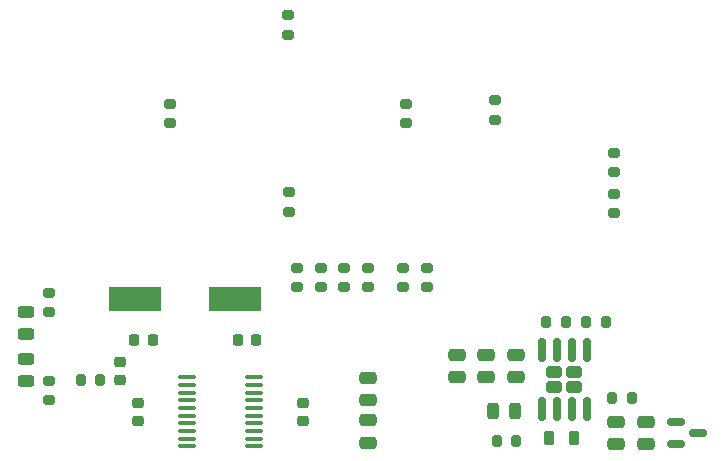
<source format=gbr>
%TF.GenerationSoftware,KiCad,Pcbnew,8.0.0*%
%TF.CreationDate,2024-03-23T15:17:17+01:00*%
%TF.ProjectId,stopwatchy,73746f70-7761-4746-9368-792e6b696361,rev?*%
%TF.SameCoordinates,Original*%
%TF.FileFunction,Paste,Top*%
%TF.FilePolarity,Positive*%
%FSLAX46Y46*%
G04 Gerber Fmt 4.6, Leading zero omitted, Abs format (unit mm)*
G04 Created by KiCad (PCBNEW 8.0.0) date 2024-03-23 15:17:17*
%MOMM*%
%LPD*%
G01*
G04 APERTURE LIST*
G04 Aperture macros list*
%AMRoundRect*
0 Rectangle with rounded corners*
0 $1 Rounding radius*
0 $2 $3 $4 $5 $6 $7 $8 $9 X,Y pos of 4 corners*
0 Add a 4 corners polygon primitive as box body*
4,1,4,$2,$3,$4,$5,$6,$7,$8,$9,$2,$3,0*
0 Add four circle primitives for the rounded corners*
1,1,$1+$1,$2,$3*
1,1,$1+$1,$4,$5*
1,1,$1+$1,$6,$7*
1,1,$1+$1,$8,$9*
0 Add four rect primitives between the rounded corners*
20,1,$1+$1,$2,$3,$4,$5,0*
20,1,$1+$1,$4,$5,$6,$7,0*
20,1,$1+$1,$6,$7,$8,$9,0*
20,1,$1+$1,$8,$9,$2,$3,0*%
G04 Aperture macros list end*
%ADD10RoundRect,0.225000X-0.225000X-0.250000X0.225000X-0.250000X0.225000X0.250000X-0.225000X0.250000X0*%
%ADD11RoundRect,0.200000X-0.200000X-0.275000X0.200000X-0.275000X0.200000X0.275000X-0.200000X0.275000X0*%
%ADD12RoundRect,0.218750X0.218750X0.381250X-0.218750X0.381250X-0.218750X-0.381250X0.218750X-0.381250X0*%
%ADD13RoundRect,0.242500X0.422500X-0.242500X0.422500X0.242500X-0.422500X0.242500X-0.422500X-0.242500X0*%
%ADD14RoundRect,0.150000X0.150000X-0.825000X0.150000X0.825000X-0.150000X0.825000X-0.150000X-0.825000X0*%
%ADD15RoundRect,0.243750X-0.456250X0.243750X-0.456250X-0.243750X0.456250X-0.243750X0.456250X0.243750X0*%
%ADD16RoundRect,0.200000X0.275000X-0.200000X0.275000X0.200000X-0.275000X0.200000X-0.275000X-0.200000X0*%
%ADD17RoundRect,0.200000X0.200000X0.275000X-0.200000X0.275000X-0.200000X-0.275000X0.200000X-0.275000X0*%
%ADD18RoundRect,0.250000X-0.475000X0.250000X-0.475000X-0.250000X0.475000X-0.250000X0.475000X0.250000X0*%
%ADD19RoundRect,0.250000X0.475000X-0.250000X0.475000X0.250000X-0.475000X0.250000X-0.475000X-0.250000X0*%
%ADD20RoundRect,0.225000X0.250000X-0.225000X0.250000X0.225000X-0.250000X0.225000X-0.250000X-0.225000X0*%
%ADD21RoundRect,0.225000X-0.250000X0.225000X-0.250000X-0.225000X0.250000X-0.225000X0.250000X0.225000X0*%
%ADD22RoundRect,0.243750X0.243750X0.456250X-0.243750X0.456250X-0.243750X-0.456250X0.243750X-0.456250X0*%
%ADD23RoundRect,0.150000X-0.587500X-0.150000X0.587500X-0.150000X0.587500X0.150000X-0.587500X0.150000X0*%
%ADD24RoundRect,0.200000X-0.275000X0.200000X-0.275000X-0.200000X0.275000X-0.200000X0.275000X0.200000X0*%
%ADD25R,4.500000X2.000000*%
%ADD26RoundRect,0.243750X0.456250X-0.243750X0.456250X0.243750X-0.456250X0.243750X-0.456250X-0.243750X0*%
%ADD27RoundRect,0.100000X-0.637500X-0.100000X0.637500X-0.100000X0.637500X0.100000X-0.637500X0.100000X0*%
G04 APERTURE END LIST*
D10*
%TO.C,C11*%
X129375000Y-104500000D03*
X130925000Y-104500000D03*
%TD*%
D11*
%TO.C,R3*%
X155475000Y-103000000D03*
X157125000Y-103000000D03*
%TD*%
%TO.C,R1*%
X116062500Y-107850000D03*
X117712500Y-107850000D03*
%TD*%
D12*
%TO.C,L1*%
X157862500Y-112800000D03*
X155737500Y-112800000D03*
%TD*%
D13*
%TO.C,U1*%
X156157500Y-108425000D03*
X157807500Y-108425000D03*
X156157500Y-107225000D03*
X157807500Y-107225000D03*
D14*
X155077500Y-110300000D03*
X156347500Y-110300000D03*
X157617500Y-110300000D03*
X158887500Y-110300000D03*
X158887500Y-105350000D03*
X157617500Y-105350000D03*
X156347500Y-105350000D03*
X155077500Y-105350000D03*
%TD*%
D15*
%TO.C,D2*%
X111387500Y-102100000D03*
X111387500Y-103975000D03*
%TD*%
D16*
%TO.C,R8*%
X138387500Y-100000000D03*
X138387500Y-98350000D03*
%TD*%
D17*
%TO.C,R21*%
X152949262Y-112999195D03*
X151299262Y-112999195D03*
%TD*%
D16*
%TO.C,R13*%
X123637500Y-86125000D03*
X123637500Y-84475000D03*
%TD*%
D18*
%TO.C,C4*%
X140387500Y-111275002D03*
X140387500Y-113175002D03*
%TD*%
D11*
%TO.C,R9*%
X161050000Y-109400000D03*
X162700000Y-109400000D03*
%TD*%
D19*
%TO.C,C6*%
X163887500Y-113300000D03*
X163887500Y-111400000D03*
%TD*%
D20*
%TO.C,C5*%
X119387500Y-107900000D03*
X119387500Y-106350000D03*
%TD*%
D21*
%TO.C,C3*%
X120887500Y-109800000D03*
X120887500Y-111350000D03*
%TD*%
D18*
%TO.C,C9*%
X150387500Y-105749998D03*
X150387500Y-107649998D03*
%TD*%
D16*
%TO.C,R7*%
X136387500Y-100000000D03*
X136387500Y-98350000D03*
%TD*%
%TO.C,R12*%
X143637500Y-86125000D03*
X143637500Y-84475000D03*
%TD*%
D22*
%TO.C,D3*%
X152852500Y-110500000D03*
X150977500Y-110500000D03*
%TD*%
D23*
%TO.C,Q1*%
X166450000Y-111400000D03*
X166450000Y-113300000D03*
X168325000Y-112350000D03*
%TD*%
D11*
%TO.C,R5*%
X158875000Y-103000000D03*
X160525000Y-103000000D03*
%TD*%
D16*
%TO.C,R16*%
X133700000Y-93625000D03*
X133700000Y-91975000D03*
%TD*%
D24*
%TO.C,R20*%
X161200000Y-88625000D03*
X161200000Y-90275000D03*
%TD*%
D16*
%TO.C,R11*%
X151137500Y-85825000D03*
X151137500Y-84175000D03*
%TD*%
D19*
%TO.C,C1*%
X140387500Y-109575000D03*
X140387500Y-107675000D03*
%TD*%
D16*
%TO.C,R17*%
X143387500Y-100000000D03*
X143387500Y-98350000D03*
%TD*%
%TO.C,R15*%
X133637500Y-78625000D03*
X133637500Y-76975000D03*
%TD*%
D10*
%TO.C,C12*%
X120612500Y-104500000D03*
X122162500Y-104500000D03*
%TD*%
D25*
%TO.C,Y1*%
X120637500Y-101000000D03*
X129137500Y-101000000D03*
%TD*%
D18*
%TO.C,C10*%
X147887500Y-105749998D03*
X147887500Y-107649998D03*
%TD*%
D21*
%TO.C,C2*%
X134887500Y-109800000D03*
X134887500Y-111350000D03*
%TD*%
D16*
%TO.C,R19*%
X161200000Y-93775000D03*
X161200000Y-92125000D03*
%TD*%
D19*
%TO.C,C7*%
X161387500Y-113292988D03*
X161387500Y-111392988D03*
%TD*%
D16*
%TO.C,R10*%
X140387500Y-100000000D03*
X140387500Y-98350000D03*
%TD*%
%TO.C,R18*%
X145387500Y-100000000D03*
X145387500Y-98350000D03*
%TD*%
D26*
%TO.C,D1*%
X111387500Y-107974999D03*
X111387500Y-106099999D03*
%TD*%
D16*
%TO.C,R6*%
X134387500Y-100000000D03*
X134387500Y-98350000D03*
%TD*%
%TO.C,R4*%
X113387500Y-102125000D03*
X113387500Y-100475000D03*
%TD*%
D24*
%TO.C,R2*%
X113387500Y-107950000D03*
X113387500Y-109600000D03*
%TD*%
D18*
%TO.C,C8*%
X152887500Y-105750000D03*
X152887500Y-107650000D03*
%TD*%
D27*
%TO.C,U2*%
X125025000Y-107650000D03*
X125025000Y-108300000D03*
X125025000Y-108950000D03*
X125025000Y-109600000D03*
X125025000Y-110250000D03*
X125025000Y-110900000D03*
X125025000Y-111550000D03*
X125025000Y-112200000D03*
X125025000Y-112850000D03*
X125025000Y-113500000D03*
X130750000Y-113500000D03*
X130750000Y-112850000D03*
X130750000Y-112200000D03*
X130750000Y-111550000D03*
X130750000Y-110900000D03*
X130750000Y-110250000D03*
X130750000Y-109600000D03*
X130750000Y-108950000D03*
X130750000Y-108300000D03*
X130750000Y-107650000D03*
%TD*%
M02*

</source>
